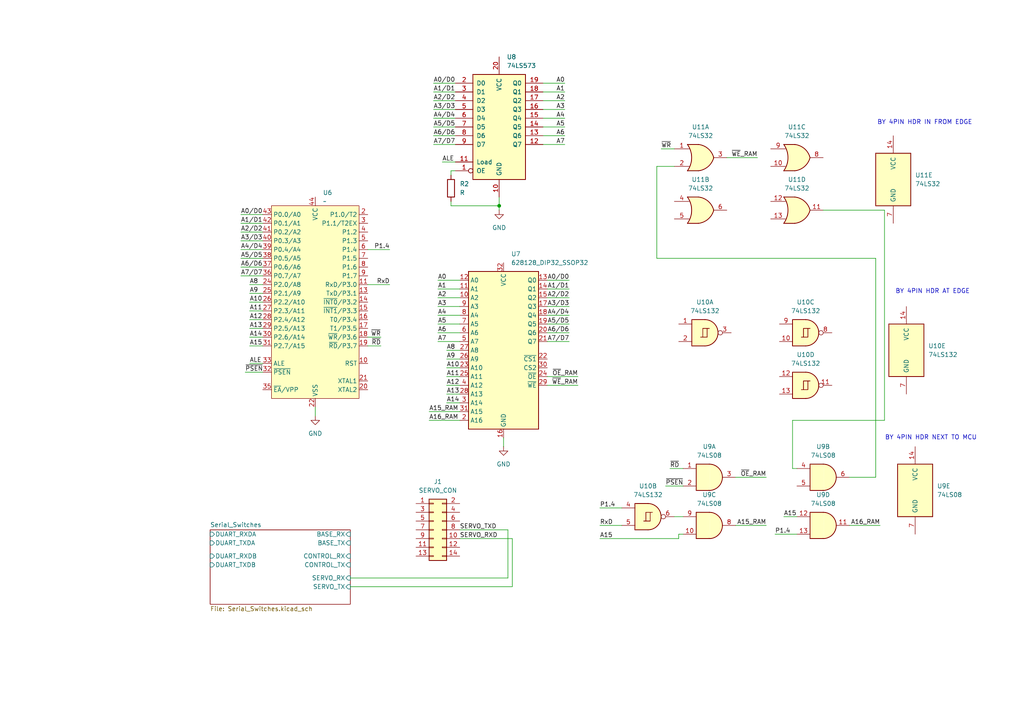
<source format=kicad_sch>
(kicad_sch (version 20231120) (generator "eeschema") (generator_version "8.0")
  (paper "A4")
  (lib_symbols
    (symbol "74xx:74LS08" (pin_names (offset 1.016))
      (property "Reference" "U" (at 0 1.27 0))
      (property "Value" "74LS08" (at 0 -1.27 0))
      (symbol "74LS08_1_1"
        (arc (start 0 -3.81) (mid 3.7934 0) (end 0 3.81) (stroke (width 0.254)) (fill (type background)))
        (polyline (pts (xy 0 3.81) (xy -3.81 3.81) (xy -3.81 -3.81) (xy 0 -3.81)) (stroke (width 0.254)) (fill (type background)))
        (pin input line (at -7.62 2.54 0) (length 3.81) (name "~") (number "1"))
        (pin input line (at -7.62 -2.54 0) (length 3.81) (name "~") (number "2"))
        (pin output line (at 7.62 0 180) (length 3.81) (name "~") (number "3"))
      )
      (symbol "74LS08_1_2"
        (arc (start -3.81 -3.81) (mid -2.589 0) (end -3.81 3.81) (stroke (width 0.254)))
        (arc (start -0.6096 -3.81) (mid 2.1842 -2.5851) (end 3.81 0) (stroke (width 0.254)) (fill (type background)))
        (polyline (pts (xy -3.81 -3.81) (xy -0.635 -3.81)) (stroke (width 0.254)) (fill (type background)))
        (polyline (pts (xy -3.81 3.81) (xy -0.635 3.81)) (stroke (width 0.254)) (fill (type background)))
        (polyline (pts (xy -0.635 3.81) (xy -3.81 3.81) (xy -3.81 3.81) (xy -3.556 3.4036) (xy -3.0226 2.2606) (xy -2.6924 1.0414) (xy -2.6162 -0.254) (xy -2.7686 -1.4986) (xy -3.175 -2.7178) (xy -3.81 -3.81) (xy -3.81 -3.81) (xy -0.635 -3.81)) (stroke (width -25.4)) (fill (type background)))
        (arc (start 3.81 0) (mid 2.1915 2.5936) (end -0.6096 3.81) (stroke (width 0.254)) (fill (type background)))
        (pin input inverted (at -7.62 2.54 0) (length 4.318) (name "~") (number "1"))
        (pin input inverted (at -7.62 -2.54 0) (length 4.318) (name "~") (number "2"))
        (pin output inverted (at 7.62 0 180) (length 3.81) (name "~") (number "3"))
      )
      (symbol "74LS08_2_1"
        (arc (start 0 -3.81) (mid 3.7934 0) (end 0 3.81) (stroke (width 0.254)) (fill (type background)))
        (polyline (pts (xy 0 3.81) (xy -3.81 3.81) (xy -3.81 -3.81) (xy 0 -3.81)) (stroke (width 0.254)) (fill (type background)))
        (pin input line (at -7.62 2.54 0) (length 3.81) (name "~") (number "4"))
        (pin input line (at -7.62 -2.54 0) (length 3.81) (name "~") (number "5"))
        (pin output line (at 7.62 0 180) (length 3.81) (name "~") (number "6"))
      )
      (symbol "74LS08_2_2"
        (arc (start -3.81 -3.81) (mid -2.589 0) (end -3.81 3.81) (stroke (width 0.254)))
        (arc (start -0.6096 -3.81) (mid 2.1842 -2.5851) (end 3.81 0) (stroke (width 0.254)) (fill (type background)))
        (polyline (pts (xy -3.81 -3.81) (xy -0.635 -3.81)) (stroke (width 0.254)) (fill (type background)))
        (polyline (pts (xy -3.81 3.81) (xy -0.635 3.81)) (stroke (width 0.254)) (fill (type background)))
        (polyline (pts (xy -0.635 3.81) (xy -3.81 3.81) (xy -3.81 3.81) (xy -3.556 3.4036) (xy -3.0226 2.2606) (xy -2.6924 1.0414) (xy -2.6162 -0.254) (xy -2.7686 -1.4986) (xy -3.175 -2.7178) (xy -3.81 -3.81) (xy -3.81 -3.81) (xy -0.635 -3.81)) (stroke (width -25.4)) (fill (type background)))
        (arc (start 3.81 0) (mid 2.1915 2.5936) (end -0.6096 3.81) (stroke (width 0.254)) (fill (type background)))
        (pin input inverted (at -7.62 2.54 0) (length 4.318) (name "~") (number "4"))
        (pin input inverted (at -7.62 -2.54 0) (length 4.318) (name "~") (number "5"))
        (pin output inverted (at 7.62 0 180) (length 3.81) (name "~") (number "6"))
      )
      (symbol "74LS08_3_1"
        (arc (start 0 -3.81) (mid 3.7934 0) (end 0 3.81) (stroke (width 0.254)) (fill (type background)))
        (polyline (pts (xy 0 3.81) (xy -3.81 3.81) (xy -3.81 -3.81) (xy 0 -3.81)) (stroke (width 0.254)) (fill (type background)))
        (pin input line (at -7.62 -2.54 0) (length 3.81) (name "~") (number "10"))
        (pin output line (at 7.62 0 180) (length 3.81) (name "~") (number "8"))
        (pin input line (at -7.62 2.54 0) (length 3.81) (name "~") (number "9"))
      )
      (symbol "74LS08_3_2"
        (arc (start -3.81 -3.81) (mid -2.589 0) (end -3.81 3.81) (stroke (width 0.254)))
        (arc (start -0.6096 -3.81) (mid 2.1842 -2.5851) (end 3.81 0) (stroke (width 0.254)) (fill (type background)))
        (polyline (pts (xy -3.81 -3.81) (xy -0.635 -3.81)) (stroke (width 0.254)) (fill (type background)))
        (polyline (pts (xy -3.81 3.81) (xy -0.635 3.81)) (stroke (width 0.254)) (fill (type background)))
        (polyline (pts (xy -0.635 3.81) (xy -3.81 3.81) (xy -3.81 3.81) (xy -3.556 3.4036) (xy -3.0226 2.2606) (xy -2.6924 1.0414) (xy -2.6162 -0.254) (xy -2.7686 -1.4986) (xy -3.175 -2.7178) (xy -3.81 -3.81) (xy -3.81 -3.81) (xy -0.635 -3.81)) (stroke (width -25.4)) (fill (type background)))
        (arc (start 3.81 0) (mid 2.1915 2.5936) (end -0.6096 3.81) (stroke (width 0.254)) (fill (type background)))
        (pin input inverted (at -7.62 -2.54 0) (length 4.318) (name "~") (number "10"))
        (pin output inverted (at 7.62 0 180) (length 3.81) (name "~") (number "8"))
        (pin input inverted (at -7.62 2.54 0) (length 4.318) (name "~") (number "9"))
      )
      (symbol "74LS08_4_1"
        (arc (start 0 -3.81) (mid 3.7934 0) (end 0 3.81) (stroke (width 0.254)) (fill (type background)))
        (polyline (pts (xy 0 3.81) (xy -3.81 3.81) (xy -3.81 -3.81) (xy 0 -3.81)) (stroke (width 0.254)) (fill (type background)))
        (pin output line (at 7.62 0 180) (length 3.81) (name "~") (number "11"))
        (pin input line (at -7.62 2.54 0) (length 3.81) (name "~") (number "12"))
        (pin input line (at -7.62 -2.54 0) (length 3.81) (name "~") (number "13"))
      )
      (symbol "74LS08_4_2"
        (arc (start -3.81 -3.81) (mid -2.589 0) (end -3.81 3.81) (stroke (width 0.254)))
        (arc (start -0.6096 -3.81) (mid 2.1842 -2.5851) (end 3.81 0) (stroke (width 0.254)) (fill (type background)))
        (polyline (pts (xy -3.81 -3.81) (xy -0.635 -3.81)) (stroke (width 0.254)) (fill (type background)))
        (polyline (pts (xy -3.81 3.81) (xy -0.635 3.81)) (stroke (width 0.254)) (fill (type background)))
        (polyline (pts (xy -0.635 3.81) (xy -3.81 3.81) (xy -3.81 3.81) (xy -3.556 3.4036) (xy -3.0226 2.2606) (xy -2.6924 1.0414) (xy -2.6162 -0.254) (xy -2.7686 -1.4986) (xy -3.175 -2.7178) (xy -3.81 -3.81) (xy -3.81 -3.81) (xy -0.635 -3.81)) (stroke (width -25.4)) (fill (type background)))
        (arc (start 3.81 0) (mid 2.1915 2.5936) (end -0.6096 3.81) (stroke (width 0.254)) (fill (type background)))
        (pin output inverted (at 7.62 0 180) (length 3.81) (name "~") (number "11"))
        (pin input inverted (at -7.62 2.54 0) (length 4.318) (name "~") (number "12"))
        (pin input inverted (at -7.62 -2.54 0) (length 4.318) (name "~") (number "13"))
      )
      (symbol "74LS08_5_0"
        (pin power_in line (at 0 12.7 270) (length 5.08) (name "VCC") (number "14"))
        (pin power_in line (at 0 -12.7 90) (length 5.08) (name "GND") (number "7"))
      )
      (symbol "74LS08_5_1"
        (rectangle (start -5.08 7.62) (end 5.08 -7.62) (stroke (width 0.254)) (fill (type background)))
      )
    )
    (symbol "74xx:74LS132" (pin_names (offset 1.016))
      (property "Reference" "U" (at 0 1.27 0))
      (property "Value" "74LS132" (at 0 -1.27 0))
      (symbol "74LS132_1_0"
        (polyline (pts (xy -0.635 -1.27) (xy -0.635 1.27) (xy 0.635 1.27)))
        (polyline (pts (xy -0.635 -1.27) (xy -0.635 1.27) (xy 0.635 1.27)))
        (polyline (pts (xy -1.27 -1.27) (xy 0.635 -1.27) (xy 0.635 1.27) (xy 1.27 1.27)))
        (polyline (pts (xy -1.27 -1.27) (xy 0.635 -1.27) (xy 0.635 1.27) (xy 1.27 1.27)))
      )
      (symbol "74LS132_1_1"
        (arc (start 0 -3.81) (mid 3.7934 0) (end 0 3.81) (stroke (width 0.254)) (fill (type background)))
        (polyline (pts (xy 0 3.81) (xy -3.81 3.81) (xy -3.81 -3.81) (xy 0 -3.81)) (stroke (width 0.254)) (fill (type background)))
        (pin input line (at -7.62 2.54 0) (length 3.81) (name "~") (number "1"))
        (pin input line (at -7.62 -2.54 0) (length 3.81) (name "~") (number "2"))
        (pin output inverted (at 7.62 0 180) (length 3.81) (name "~") (number "3"))
      )
      (symbol "74LS132_1_2"
        (arc (start -3.81 -3.81) (mid -2.589 0) (end -3.81 3.81) (stroke (width 0.254)))
        (arc (start -0.6096 -3.81) (mid 2.1842 -2.5851) (end 3.81 0) (stroke (width 0.254)) (fill (type background)))
        (polyline (pts (xy -3.81 -3.81) (xy -0.635 -3.81)) (stroke (width 0.254)) (fill (type background)))
        (polyline (pts (xy -3.81 3.81) (xy -0.635 3.81)) (stroke (width 0.254)) (fill (type background)))
        (polyline (pts (xy -0.635 3.81) (xy -3.81 3.81) (xy -3.81 3.81) (xy -3.556 3.4036) (xy -3.0226 2.2606) (xy -2.6924 1.0414) (xy -2.6162 -0.254) (xy -2.7686 -1.4986) (xy -3.175 -2.7178) (xy -3.81 -3.81) (xy -3.81 -3.81) (xy -0.635 -3.81)) (stroke (width -25.4)) (fill (type background)))
        (arc (start 3.81 0) (mid 2.1915 2.5936) (end -0.6096 3.81) (stroke (width 0.254)) (fill (type background)))
        (pin input inverted (at -7.62 2.54 0) (length 4.318) (name "~") (number "1"))
        (pin input inverted (at -7.62 -2.54 0) (length 4.318) (name "~") (number "2"))
        (pin output line (at 7.62 0 180) (length 3.81) (name "~") (number "3"))
      )
      (symbol "74LS132_2_0"
        (polyline (pts (xy -0.635 -1.27) (xy -0.635 1.27) (xy 0.635 1.27)))
        (polyline (pts (xy -0.635 -1.27) (xy -0.635 1.27) (xy 0.635 1.27)))
        (polyline (pts (xy -1.27 -1.27) (xy 0.635 -1.27) (xy 0.635 1.27) (xy 1.27 1.27)))
        (polyline (pts (xy -1.27 -1.27) (xy 0.635 -1.27) (xy 0.635 1.27) (xy 1.27 1.27)))
      )
      (symbol "74LS132_2_1"
        (arc (start 0 -3.81) (mid 3.7934 0) (end 0 3.81) (stroke (width 0.254)) (fill (type background)))
        (polyline (pts (xy 0 3.81) (xy -3.81 3.81) (xy -3.81 -3.81) (xy 0 -3.81)) (stroke (width 0.254)) (fill (type background)))
        (pin input line (at -7.62 2.54 0) (length 3.81) (name "~") (number "4"))
        (pin input line (at -7.62 -2.54 0) (length 3.81) (name "~") (number "5"))
        (pin output inverted (at 7.62 0 180) (length 3.81) (name "~") (number "6"))
      )
      (symbol "74LS132_2_2"
        (arc (start -3.81 -3.81) (mid -2.589 0) (end -3.81 3.81) (stroke (width 0.254)))
        (arc (start -0.6096 -3.81) (mid 2.1842 -2.5851) (end 3.81 0) (stroke (width 0.254)) (fill (type background)))
        (polyline (pts (xy -3.81 -3.81) (xy -0.635 -3.81)) (stroke (width 0.254)) (fill (type background)))
        (polyline (pts (xy -3.81 3.81) (xy -0.635 3.81)) (stroke (width 0.254)) (fill (type background)))
        (polyline (pts (xy -0.635 3.81) (xy -3.81 3.81) (xy -3.81 3.81) (xy -3.556 3.4036) (xy -3.0226 2.2606) (xy -2.6924 1.0414) (xy -2.6162 -0.254) (xy -2.7686 -1.4986) (xy -3.175 -2.7178) (xy -3.81 -3.81) (xy -3.81 -3.81) (xy -0.635 -3.81)) (stroke (width -25.4)) (fill (type background)))
        (arc (start 3.81 0) (mid 2.1915 2.5936) (end -0.6096 3.81) (stroke (width 0.254)) (fill (type background)))
        (pin input inverted (at -7.62 2.54 0) (length 4.318) (name "~") (number "4"))
        (pin input inverted (at -7.62 -2.54 0) (length 4.318) (name "~") (number "5"))
        (pin output line (at 7.62 0 180) (length 3.81) (name "~") (number "6"))
      )
      (symbol "74LS132_3_0"
        (polyline (pts (xy -0.635 -1.27) (xy -0.635 1.27) (xy 0.635 1.27)))
        (polyline (pts (xy -0.635 -1.27) (xy -0.635 1.27) (xy 0.635 1.27)))
        (polyline (pts (xy -1.27 -1.27) (xy 0.635 -1.27) (xy 0.635 1.27) (xy 1.27 1.27)))
        (polyline (pts (xy -1.27 -1.27) (xy 0.635 -1.27) (xy 0.635 1.27) (xy 1.27 1.27)))
      )
      (symbol "74LS132_3_1"
        (arc (start 0 -3.81) (mid 3.7934 0) (end 0 3.81) (stroke (width 0.254)) (fill (type background)))
        (polyline (pts (xy 0 3.81) (xy -3.81 3.81) (xy -3.81 -3.81) (xy 0 -3.81)) (stroke (width 0.254)) (fill (type background)))
        (pin input line (at -7.62 -2.54 0) (length 3.81) (name "~") (number "10"))
        (pin output inverted (at 7.62 0 180) (length 3.81) (name "~") (number "8"))
        (pin input line (at -7.62 2.54 0) (length 3.81) (name "~") (number "9"))
      )
      (symbol "74LS132_3_2"
        (arc (start -3.81 -3.81) (mid -2.589 0) (end -3.81 3.81) (stroke (width 0.254)))
        (arc (start -0.6096 -3.81) (mid 2.1842 -2.5851) (end 3.81 0) (stroke (width 0.254)) (fill (type background)))
        (polyline (pts (xy -3.81 -3.81) (xy -0.635 -3.81)) (stroke (width 0.254)) (fill (type background)))
        (polyline (pts (xy -3.81 3.81) (xy -0.635 3.81)) (stroke (width 0.254)) (fill (type background)))
        (polyline (pts (xy -0.635 3.81) (xy -3.81 3.81) (xy -3.81 3.81) (xy -3.556 3.4036) (xy -3.0226 2.2606) (xy -2.6924 1.0414) (xy -2.6162 -0.254) (xy -2.7686 -1.4986) (xy -3.175 -2.7178) (xy -3.81 -3.81) (xy -3.81 -3.81) (xy -0.635 -3.81)) (stroke (width -25.4)) (fill (type background)))
        (arc (start 3.81 0) (mid 2.1915 2.5936) (end -0.6096 3.81) (stroke (width 0.254)) (fill (type background)))
        (pin input inverted (at -7.62 -2.54 0) (length 4.318) (name "~") (number "10"))
        (pin output line (at 7.62 0 180) (length 3.81) (name "~") (number "8"))
        (pin input inverted (at -7.62 2.54 0) (length 4.318) (name "~") (number "9"))
      )
      (symbol "74LS132_4_0"
        (polyline (pts (xy -0.635 -1.27) (xy -0.635 1.27) (xy 0.635 1.27)))
        (polyline (pts (xy -0.635 -1.27) (xy -0.635 1.27) (xy 0.635 1.27)))
        (polyline (pts (xy -1.27 -1.27) (xy 0.635 -1.27) (xy 0.635 1.27) (xy 1.27 1.27)))
        (polyline (pts (xy -1.27 -1.27) (xy 0.635 -1.27) (xy 0.635 1.27) (xy 1.27 1.27)))
      )
      (symbol "74LS132_4_1"
        (arc (start 0 -3.81) (mid 3.7934 0) (end 0 3.81) (stroke (width 0.254)) (fill (type background)))
        (polyline (pts (xy 0 3.81) (xy -3.81 3.81) (xy -3.81 -3.81) (xy 0 -3.81)) (stroke (width 0.254)) (fill (type background)))
        (pin output inverted (at 7.62 0 180) (length 3.81) (name "~") (number "11"))
        (pin input line (at -7.62 2.54 0) (length 3.81) (name "~") (number "12"))
        (pin input line (at -7.62 -2.54 0) (length 3.81) (name "~") (number "13"))
      )
      (symbol "74LS132_4_2"
        (arc (start -3.81 -3.81) (mid -2.589 0) (end -3.81 3.81) (stroke (width 0.254)))
        (arc (start -0.6096 -3.81) (mid 2.1842 -2.5851) (end 3.81 0) (stroke (width 0.254)) (fill (type background)))
        (polyline (pts (xy -3.81 -3.81) (xy -0.635 -3.81)) (stroke (width 0.254)) (fill (type background)))
        (polyline (pts (xy -3.81 3.81) (xy -0.635 3.81)) (stroke (width 0.254)) (fill (type background)))
        (polyline (pts (xy -0.635 3.81) (xy -3.81 3.81) (xy -3.81 3.81) (xy -3.556 3.4036) (xy -3.0226 2.2606) (xy -2.6924 1.0414) (xy -2.6162 -0.254) (xy -2.7686 -1.4986) (xy -3.175 -2.7178) (xy -3.81 -3.81) (xy -3.81 -3.81) (xy -0.635 -3.81)) (stroke (width -25.4)) (fill (type background)))
        (arc (start 3.81 0) (mid 2.1915 2.5936) (end -0.6096 3.81) (stroke (width 0.254)) (fill (type background)))
        (pin output line (at 7.62 0 180) (length 3.81) (name "~") (number "11"))
        (pin input inverted (at -7.62 2.54 0) (length 4.318) (name "~") (number "12"))
        (pin input inverted (at -7.62 -2.54 0) (length 4.318) (name "~") (number "13"))
      )
      (symbol "74LS132_5_0"
        (pin power_in line (at 0 12.7 270) (length 5.08) (name "VCC") (number "14"))
        (pin power_in line (at 0 -12.7 90) (length 5.08) (name "GND") (number "7"))
      )
      (symbol "74LS132_5_1"
        (rectangle (start -5.08 7.62) (end 5.08 -7.62) (stroke (width 0.254)) (fill (type background)))
      )
    )
    (symbol "74xx:74LS32" (pin_names (offset 1.016))
      (property "Reference" "U" (at 0 1.27 0))
      (property "Value" "74LS32" (at 0 -1.27 0))
      (symbol "74LS32_1_1"
        (arc (start -3.81 -3.81) (mid -2.589 0) (end -3.81 3.81) (stroke (width 0.254)))
        (arc (start -0.6096 -3.81) (mid 2.1842 -2.5851) (end 3.81 0) (stroke (width 0.254)) (fill (type background)))
        (polyline (pts (xy -3.81 -3.81) (xy -0.635 -3.81)) (stroke (width 0.254)) (fill (type background)))
        (polyline (pts (xy -3.81 3.81) (xy -0.635 3.81)) (stroke (width 0.254)) (fill (type background)))
        (polyline (pts (xy -0.635 3.81) (xy -3.81 3.81) (xy -3.81 3.81) (xy -3.556 3.4036) (xy -3.0226 2.2606) (xy -2.6924 1.0414) (xy -2.6162 -0.254) (xy -2.7686 -1.4986) (xy -3.175 -2.7178) (xy -3.81 -3.81) (xy -3.81 -3.81) (xy -0.635 -3.81)) (stroke (width -25.4)) (fill (type background)))
        (arc (start 3.81 0) (mid 2.1915 2.5936) (end -0.6096 3.81) (stroke (width 0.254)) (fill (type background)))
        (pin input line (at -7.62 2.54 0) (length 4.318) (name "~") (number "1"))
        (pin input line (at -7.62 -2.54 0) (length 4.318) (name "~") (number "2"))
        (pin output line (at 7.62 0 180) (length 3.81) (name "~") (number "3"))
      )
      (symbol "74LS32_1_2"
        (arc (start 0 -3.81) (mid 3.7934 0) (end 0 3.81) (stroke (width 0.254)) (fill (type background)))
        (polyline (pts (xy 0 3.81) (xy -3.81 3.81) (xy -3.81 -3.81) (xy 0 -3.81)) (stroke (width 0.254)) (fill (type background)))
        (pin input inverted (at -7.62 2.54 0) (length 3.81) (name "~") (number "1"))
        (pin input inverted (at -7.62 -2.54 0) (length 3.81) (name "~") (number "2"))
        (pin output inverted (at 7.62 0 180) (length 3.81) (name "~") (number "3"))
      )
      (symbol "74LS32_2_1"
        (arc (start -3.81 -3.81) (mid -2.589 0) (end -3.81 3.81) (stroke (width 0.254)))
        (arc (start -0.6096 -3.81) (mid 2.1842 -2.5851) (end 3.81 0) (stroke (width 0.254)) (fill (type background)))
        (polyline (pts (xy -3.81 -3.81) (xy -0.635 -3.81)) (stroke (width 0.254)) (fill (type background)))
        (polyline (pts (xy -3.81 3.81) (xy -0.635 3.81)) (stroke (width 0.254)) (fill (type background)))
        (polyline (pts (xy -0.635 3.81) (xy -3.81 3.81) (xy -3.81 3.81) (xy -3.556 3.4036) (xy -3.0226 2.2606) (xy -2.6924 1.0414) (xy -2.6162 -0.254) (xy -2.7686 -1.4986) (xy -3.175 -2.7178) (xy -3.81 -3.81) (xy -3.81 -3.81) (xy -0.635 -3.81)) (stroke (width -25.4)) (fill (type background)))
        (arc (start 3.81 0) (mid 2.1915 2.5936) (end -0.6096 3.81) (stroke (width 0.254)) (fill (type background)))
        (pin input line (at -7.62 2.54 0) (length 4.318) (name "~") (number "4"))
        (pin input line (at -7.62 -2.54 0) (length 4.318) (name "~") (number "5"))
        (pin output line (at 7.62 0 180) (length 3.81) (name "~") (number "6"))
      )
      (symbol "74LS32_2_2"
        (arc (start 0 -3.81) (mid 3.7934 0) (end 0 3.81) (stroke (width 0.254)) (fill (type background)))
        (polyline (pts (xy 0 3.81) (xy -3.81 3.81) (xy -3.81 -3.81) (xy 0 -3.81)) (stroke (width 0.254)) (fill (type background)))
        (pin input inverted (at -7.62 2.54 0) (length 3.81) (name "~") (number "4"))
        (pin input inverted (at -7.62 -2.54 0) (length 3.81) (name "~") (number "5"))
        (pin output inverted (at 7.62 0 180) (length 3.81) (name "~") (number "6"))
      )
      (symbol "74LS32_3_1"
        (arc (start -3.81 -3.81) (mid -2.589 0) (end -3.81 3.81) (stroke (width 0.254)))
        (arc (start -0.6096 -3.81) (mid 2.1842 -2.5851) (end 3.81 0) (stroke (width 0.254)) (fill (type background)))
        (polyline (pts (xy -3.81 -3.81) (xy -0.635 -3.81)) (stroke (width 0.254)) (fill (type background)))
        (polyline (pts (xy -3.81 3.81) (xy -0.635 3.81)) (stroke (width 0.254)) (fill (type background)))
        (polyline (pts (xy -0.635 3.81) (xy -3.81 3.81) (xy -3.81 3.81) (xy -3.556 3.4036) (xy -3.0226 2.2606) (xy -2.6924 1.0414) (xy -2.6162 -0.254) (xy -2.7686 -1.4986) (xy -3.175 -2.7178) (xy -3.81 -3.81) (xy -3.81 -3.81) (xy -0.635 -3.81)) (stroke (width -25.4)) (fill (type background)))
        (arc (start 3.81 0) (mid 2.1915 2.5936) (end -0.6096 3.81) (stroke (width 0.254)) (fill (type background)))
        (pin input line (at -7.62 -2.54 0) (length 4.318) (name "~") (number "10"))
        (pin output line (at 7.62 0 180) (length 3.81) (name "~") (number "8"))
        (pin input line (at -7.62 2.54 0) (length 4.318) (name "~") (number "9"))
      )
      (symbol "74LS32_3_2"
        (arc (start 0 -3.81) (mid 3.7934 0) (end 0 3.81) (stroke (width 0.254)) (fill (type background)))
        (polyline (pts (xy 0 3.81) (xy -3.81 3.81) (xy -3.81 -3.81) (xy 0 -3.81)) (stroke (width 0.254)) (fill (type background)))
        (pin input inverted (at -7.62 -2.54 0) (length 3.81) (name "~") (number "10"))
        (pin output inverted (at 7.62 0 180) (length 3.81) (name "~") (number "8"))
        (pin input inverted (at -7.62 2.54 0) (length 3.81) (name "~") (number "9"))
      )
      (symbol "74LS32_4_1"
        (arc (start -3.81 -3.81) (mid -2.589 0) (end -3.81 3.81) (stroke (width 0.254)))
        (arc (start -0.6096 -3.81) (mid 2.1842 -2.5851) (end 3.81 0) (stroke (width 0.254)) (fill (type background)))
        (polyline (pts (xy -3.81 -3.81) (xy -0.635 -3.81)) (stroke (width 0.254)) (fill (type background)))
        (polyline (pts (xy -3.81 3.81) (xy -0.635 3.81)) (stroke (width 0.254)) (fill (type background)))
        (polyline (pts (xy -0.635 3.81) (xy -3.81 3.81) (xy -3.81 3.81) (xy -3.556 3.4036) (xy -3.0226 2.2606) (xy -2.6924 1.0414) (xy -2.6162 -0.254) (xy -2.7686 -1.4986) (xy -3.175 -2.7178) (xy -3.81 -3.81) (xy -3.81 -3.81) (xy -0.635 -3.81)) (stroke (width -25.4)) (fill (type background)))
        (arc (start 3.81 0) (mid 2.1915 2.5936) (end -0.6096 3.81) (stroke (width 0.254)) (fill (type background)))
        (pin output line (at 7.62 0 180) (length 3.81) (name "~") (number "11"))
        (pin input line (at -7.62 2.54 0) (length 4.318) (name "~") (number "12"))
        (pin input line (at -7.62 -2.54 0) (length 4.318) (name "~") (number "13"))
      )
      (symbol "74LS32_4_2"
        (arc (start 0 -3.81) (mid 3.7934 0) (end 0 3.81) (stroke (width 0.254)) (fill (type background)))
        (polyline (pts (xy 0 3.81) (xy -3.81 3.81) (xy -3.81 -3.81) (xy 0 -3.81)) (stroke (width 0.254)) (fill (type background)))
        (pin output inverted (at 7.62 0 180) (length 3.81) (name "~") (number "11"))
        (pin input inverted (at -7.62 2.54 0) (length 3.81) (name "~") (number "12"))
        (pin input inverted (at -7.62 -2.54 0) (length 3.81) (name "~") (number "13"))
      )
      (symbol "74LS32_5_0"
        (pin power_in line (at 0 12.7 270) (length 5.08) (name "VCC") (number "14"))
        (pin power_in line (at 0 -12.7 90) (length 5.08) (name "GND") (number "7"))
      )
      (symbol "74LS32_5_1"
        (rectangle (start -5.08 7.62) (end 5.08 -7.62) (stroke (width 0.254)) (fill (type background)))
      )
    )
    (symbol "74xx:74LS573" (pin_names (offset 1.016))
      (property "Reference" "U" (at -7.62 16.51 0))
      (property "Value" "74LS573" (at -7.62 -16.51 0))
      (symbol "74LS573_1_0"
        (pin input inverted (at -12.7 -12.7 0) (length 5.08) (name "OE") (number "1"))
        (pin power_in line (at 0 -20.32 90) (length 5.08) (name "GND") (number "10"))
        (pin input line (at -12.7 -10.16 0) (length 5.08) (name "Load") (number "11"))
        (pin tri_state line (at 12.7 -5.08 180) (length 5.08) (name "Q7") (number "12"))
        (pin tri_state line (at 12.7 -2.54 180) (length 5.08) (name "Q6") (number "13"))
        (pin tri_state line (at 12.7 0 180) (length 5.08) (name "Q5") (number "14"))
        (pin tri_state line (at 12.7 2.54 180) (length 5.08) (name "Q4") (number "15"))
        (pin tri_state line (at 12.7 5.08 180) (length 5.08) (name "Q3") (number "16"))
        (pin tri_state line (at 12.7 7.62 180) (length 5.08) (name "Q2") (number "17"))
        (pin tri_state line (at 12.7 10.16 180) (length 5.08) (name "Q1") (number "18"))
        (pin tri_state line (at 12.7 12.7 180) (length 5.08) (name "Q0") (number "19"))
        (pin input line (at -12.7 12.7 0) (length 5.08) (name "D0") (number "2"))
        (pin power_in line (at 0 20.32 270) (length 5.08) (name "VCC") (number "20"))
        (pin input line (at -12.7 10.16 0) (length 5.08) (name "D1") (number "3"))
        (pin input line (at -12.7 7.62 0) (length 5.08) (name "D2") (number "4"))
        (pin input line (at -12.7 5.08 0) (length 5.08) (name "D3") (number "5"))
        (pin input line (at -12.7 2.54 0) (length 5.08) (name "D4") (number "6"))
        (pin input line (at -12.7 0 0) (length 5.08) (name "D5") (number "7"))
        (pin input line (at -12.7 -2.54 0) (length 5.08) (name "D6") (number "8"))
        (pin input line (at -12.7 -5.08 0) (length 5.08) (name "D7") (number "9"))
      )
      (symbol "74LS573_1_1"
        (rectangle (start -7.62 15.24) (end 7.62 -15.24) (stroke (width 0.254)) (fill (type background)))
      )
    )
    (symbol "Connector_Generic:Conn_02x07_Odd_Even" (pin_names (offset 1.016) hide)
      (property "Reference" "J" (at 1.27 10.16 0))
      (property "Value" "Conn_02x07_Odd_Even" (at 1.27 -10.16 0))
      (symbol "Conn_02x07_Odd_Even_1_1"
        (rectangle (start -1.27 -7.493) (end 0 -7.747) (stroke (width 0.1524)))
        (rectangle (start -1.27 -4.953) (end 0 -5.207) (stroke (width 0.1524)))
        (rectangle (start -1.27 -2.413) (end 0 -2.667) (stroke (width 0.1524)))
        (rectangle (start -1.27 0.127) (end 0 -0.127) (stroke (width 0.1524)))
        (rectangle (start -1.27 2.667) (end 0 2.413) (stroke (width 0.1524)))
        (rectangle (start -1.27 5.207) (end 0 4.953) (stroke (width 0.1524)))
        (rectangle (start -1.27 7.747) (end 0 7.493) (stroke (width 0.1524)))
        (rectangle (start -1.27 8.89) (end 3.81 -8.89) (stroke (width 0.254)) (fill (type background)))
        (rectangle (start 3.81 -7.493) (end 2.54 -7.747) (stroke (width 0.1524)))
        (rectangle (start 3.81 -4.953) (end 2.54 -5.207) (stroke (width 0.1524)))
        (rectangle (start 3.81 -2.413) (end 2.54 -2.667) (stroke (width 0.1524)))
        (rectangle (start 3.81 0.127) (end 2.54 -0.127) (stroke (width 0.1524)))
        (rectangle (start 3.81 2.667) (end 2.54 2.413) (stroke (width 0.1524)))
        (rectangle (start 3.81 5.207) (end 2.54 4.953) (stroke (width 0.1524)))
        (rectangle (start 3.81 7.747) (end 2.54 7.493) (stroke (width 0.1524)))
        (pin passive line (at -5.08 7.62 0) (length 3.81) (name "Pin_1") (number "1"))
        (pin passive line (at 7.62 -2.54 180) (length 3.81) (name "Pin_10") (number "10"))
        (pin passive line (at -5.08 -5.08 0) (length 3.81) (name "Pin_11") (number "11"))
        (pin passive line (at 7.62 -5.08 180) (length 3.81) (name "Pin_12") (number "12"))
        (pin passive line (at -5.08 -7.62 0) (length 3.81) (name "Pin_13") (number "13"))
        (pin passive line (at 7.62 -7.62 180) (length 3.81) (name "Pin_14") (number "14"))
        (pin passive line (at 7.62 7.62 180) (length 3.81) (name "Pin_2") (number "2"))
        (pin passive line (at -5.08 5.08 0) (length 3.81) (name "Pin_3") (number "3"))
        (pin passive line (at 7.62 5.08 180) (length 3.81) (name "Pin_4") (number "4"))
        (pin passive line (at -5.08 2.54 0) (length 3.81) (name "Pin_5") (number "5"))
        (pin passive line (at 7.62 2.54 180) (length 3.81) (name "Pin_6") (number "6"))
        (pin passive line (at -5.08 0 0) (length 3.81) (name "Pin_7") (number "7"))
        (pin passive line (at 7.62 0 180) (length 3.81) (name "Pin_8") (number "8"))
        (pin passive line (at -5.08 -2.54 0) (length 3.81) (name "Pin_9") (number "9"))
      )
    )
    (symbol "Device:R" (pin_numbers hide) (pin_names (offset 0))
      (property "Reference" "R" (at 2.032 0 90))
      (property "Value" "R" (at 0 0 90))
      (symbol "R_0_1"
        (rectangle (start -1.016 -2.54) (end 1.016 2.54) (stroke (width 0.254)))
      )
      (symbol "R_1_1"
        (pin passive line (at 0 3.81 270) (length 1.27) (name "~") (number "1"))
        (pin passive line (at 0 -3.81 90) (length 1.27) (name "~") (number "2"))
      )
    )
    (symbol "Memory_RAM:628128_DIP32_SSOP32"
      (property "Reference" "U" (at -10.16 23.495 0))
      (property "Value" "628128_DIP32_SSOP32" (at 2.54 23.495 0))
      (symbol "628128_DIP32_SSOP32_0_0"
        (pin power_in line (at 0 -25.4 90) (length 2.54) (name "GND") (number "16"))
        (pin power_in line (at 0 25.4 270) (length 2.54) (name "VCC") (number "32"))
      )
      (symbol "628128_DIP32_SSOP32_0_1"
        (rectangle (start -10.16 22.86) (end 10.16 -22.86) (stroke (width 0.254)) (fill (type background)))
      )
      (symbol "628128_DIP32_SSOP32_1_1"
        (pin no_connect line (at 10.16 -20.32 180) (length 2.54) hide (name "NC") (number "1"))
        (pin input line (at -12.7 15.24 0) (length 2.54) (name "A2") (number "10"))
        (pin input line (at -12.7 17.78 0) (length 2.54) (name "A1") (number "11"))
        (pin input line (at -12.7 20.32 0) (length 2.54) (name "A0") (number "12"))
        (pin tri_state line (at 12.7 20.32 180) (length 2.54) (name "Q0") (number "13"))
        (pin tri_state line (at 12.7 17.78 180) (length 2.54) (name "Q1") (number "14"))
        (pin tri_state line (at 12.7 15.24 180) (length 2.54) (name "Q2") (number "15"))
        (pin tri_state line (at 12.7 12.7 180) (length 2.54) (name "Q3") (number "17"))
        (pin tri_state line (at 12.7 10.16 180) (length 2.54) (name "Q4") (number "18"))
        (pin tri_state line (at 12.7 7.62 180) (length 2.54) (name "Q5") (number "19"))
        (pin input line (at -12.7 -20.32 0) (length 2.54) (name "A16") (number "2"))
        (pin tri_state line (at 12.7 5.08 180) (length 2.54) (name "Q6") (number "20"))
        (pin tri_state line (at 12.7 2.54 180) (length 2.54) (name "Q7") (number "21"))
        (pin input line (at 12.7 -2.54 180) (length 2.54) (name "~{CS1}") (number "22"))
        (pin input line (at -12.7 -5.08 0) (length 2.54) (name "A10") (number "23"))
        (pin input line (at 12.7 -7.62 180) (length 2.54) (name "~{OE}") (number "24"))
        (pin input line (at -12.7 -7.62 0) (length 2.54) (name "A11") (number "25"))
        (pin input line (at -12.7 -2.54 0) (length 2.54) (name "A9") (number "26"))
        (pin input line (at -12.7 0 0) (length 2.54) (name "A8") (number "27"))
        (pin input line (at -12.7 -12.7 0) (length 2.54) (name "A13") (number "28"))
        (pin input line (at 12.7 -10.16 180) (length 2.54) (name "~{WE}") (number "29"))
        (pin input line (at -12.7 -15.24 0) (length 2.54) (name "A14") (number "3"))
        (pin input line (at 12.7 -5.08 180) (length 2.54) (name "CS2") (number "30"))
        (pin input line (at -12.7 -17.78 0) (length 2.54) (name "A15") (number "31"))
        (pin input line (at -12.7 -10.16 0) (length 2.54) (name "A12") (number "4"))
        (pin input line (at -12.7 2.54 0) (length 2.54) (name "A7") (number "5"))
        (pin input line (at -12.7 5.08 0) (length 2.54) (name "A6") (number "6"))
        (pin input line (at -12.7 7.62 0) (length 2.54) (name "A5") (number "7"))
        (pin input line (at -12.7 10.16 0) (length 2.54) (name "A4") (number "8"))
        (pin input line (at -12.7 12.7 0) (length 2.54) (name "A3") (number "9"))
      )
    )
    (symbol "New_Library:87C51"
      (property "Reference" "U" (at -10.414 5.588 0))
      (symbol "87C51_1_1"
        (rectangle (start -12.7 0) (end 12.7 -55.88) (fill (type background)))
        (pin input line (at 15.24 -45.72 180) (length 2.54) (name "RST") (number "10"))
        (pin tri_state line (at 15.24 -22.86 180) (length 2.54) (name "RxD/P3.0") (number "11"))
        (pin tri_state line (at 15.24 -25.4 180) (length 2.54) (name "TxD/P3.1") (number "13"))
        (pin tri_state line (at 15.24 -27.94 180) (length 2.54) (name "~{INT0}/P3.2") (number "14"))
        (pin tri_state line (at 15.24 -30.48 180) (length 2.54) (name "~{INT1}/P3.3") (number "15"))
        (pin tri_state line (at 15.24 -33.02 180) (length 2.54) (name "T0/P3.4") (number "16"))
        (pin tri_state line (at 15.24 -35.56 180) (length 2.54) (name "T1/P3.5") (number "17"))
        (pin tri_state line (at 15.24 -38.1 180) (length 2.54) (name "~{WR}/P3.6") (number "18"))
        (pin tri_state line (at 15.24 -40.64 180) (length 2.54) (name "~{RD}/P3.7") (number "19"))
        (pin tri_state line (at 15.24 -2.54 180) (length 2.54) (name "P1.0/T2") (number "2"))
        (pin output line (at 15.24 -53.34 180) (length 2.54) (name "XTAL2") (number "20"))
        (pin input line (at 15.24 -50.8 180) (length 2.54) (name "XTAL1") (number "21"))
        (pin power_in line (at 0 -58.42 90) (length 2.54) (name "VSS") (number "22"))
        (pin tri_state line (at -15.24 -22.86 0) (length 2.54) (name "P2.0/A8") (number "24"))
        (pin tri_state line (at -15.24 -25.4 0) (length 2.54) (name "P2.1/A9") (number "25"))
        (pin tri_state line (at -15.24 -27.94 0) (length 2.54) (name "P2.2/A10") (number "26"))
        (pin tri_state line (at -15.24 -30.48 0) (length 2.54) (name "P2.3/A11") (number "27"))
        (pin tri_state line (at -15.24 -33.02 0) (length 2.54) (name "P2.4/A12") (number "28"))
        (pin tri_state line (at -15.24 -35.56 0) (length 2.54) (name "P2.5/A13") (number "29"))
        (pin tri_state line (at 15.24 -5.08 180) (length 2.54) (name "P1.1/T2EX") (number "3"))
        (pin tri_state line (at -15.24 -38.1 0) (length 2.54) (name "P2.6/A14") (number "30"))
        (pin tri_state line (at -15.24 -40.64 0) (length 2.54) (name "P2.7/A15") (number "31"))
        (pin output line (at -15.24 -48.26 0) (length 2.54) (name "~{PSEN}") (number "32"))
        (pin output line (at -15.24 -45.72 0) (length 2.54) (name "ALE") (number "33"))
        (pin input line (at -15.24 -53.34 0) (length 2.54) (name "~{EA}/VPP") (number "35"))
        (pin tri_state line (at -15.24 -20.32 0) (length 2.54) (name "P0.7/A7") (number "36"))
        (pin tri_state line (at -15.24 -17.78 0) (length 2.54) (name "P0.6/A6") (number "37"))
        (pin tri_state line (at -15.24 -15.24 0) (length 2.54) (name "P0.5/A5") (number "38"))
        (pin tri_state line (at -15.24 -12.7 0) (length 2.54) (name "P0.4/A4") (number "39"))
        (pin tri_state line (at 15.24 -7.62 180) (length 2.54) (name "P1.2") (number "4"))
        (pin tri_state line (at -15.24 -10.16 0) (length 2.54) (name "P0.3/A3") (number "40"))
        (pin tri_state line (at -15.24 -7.62 0) (length 2.54) (name "P0.2/A2") (number "41"))
        (pin tri_state line (at -15.24 -5.08 0) (length 2.54) (name "P0.1/A1") (number "42"))
        (pin tri_state line (at -15.24 -2.54 0) (length 2.54) (name "P0.0/A0") (number "43"))
        (pin power_in line (at 0 2.54 270) (length 2.54) (name "VCC") (number "44"))
        (pin tri_state line (at 15.24 -10.16 180) (length 2.54) (name "P1.3") (number "5"))
        (pin tri_state line (at 15.24 -12.7 180) (length 2.54) (name "P1.4") (number "6"))
        (pin tri_state line (at 15.24 -15.24 180) (length 2.54) (name "P1.5") (number "7"))
        (pin tri_state line (at 15.24 -17.78 180) (length 2.54) (name "P1.6") (number "8"))
        (pin tri_state line (at 15.24 -20.32 180) (length 2.54) (name "P1.7") (number "9"))
      )
    )
    (symbol "power:GND" (power) (pin_numbers hide) (pin_names (offset 0) hide)
      (property "Value" "GND" (at 0 -3.81 0))
      (symbol "GND_0_1"
        (polyline (pts (xy 0 0) (xy 0 -1.27) (xy 1.27 -1.27) (xy 0 -2.54) (xy -1.27 -1.27) (xy 0 -1.27)))
      )
      (symbol "GND_1_1"
        (pin power_in line (at 0 0 270) (length 0) (name "~") (number "1"))
      )
    )
  )
  (junction (at 144.78 59.69))
  (wire (pts (xy 127 86.36) (xy 133.35 86.36)))
  (wire (pts (xy 127 83.82) (xy 133.35 83.82)))
  (wire (pts (xy 163.83 41.91) (xy 157.48 41.91)))
  (wire (pts (xy 128.27 46.99) (xy 132.08 46.99)))
  (wire (pts (xy 125.73 34.29) (xy 132.08 34.29)))
  (wire (pts (xy 113.03 82.55) (xy 106.68 82.55)))
  (wire (pts (xy 130.81 58.42) (xy 130.81 59.69)))
  (wire (pts (xy 254 74.93) (xy 190.5 74.93)))
  (wire (pts (xy 256.54 121.92) (xy 229.87 121.92)))
  (wire (pts (xy 227.33 149.86) (xy 231.14 149.86)))
  (wire (pts (xy 72.39 90.17) (xy 76.2 90.17)))
  (wire (pts (xy 127 81.28) (xy 133.35 81.28)))
  (wire (pts (xy 144.78 59.69) (xy 144.78 60.96)))
  (wire (pts (xy 101.6 170.18) (xy 148.59 170.18)))
  (wire (pts (xy 173.99 147.32) (xy 180.34 147.32)))
  (wire (pts (xy 238.76 60.96) (xy 256.54 60.96)))
  (wire (pts (xy 71.12 107.95) (xy 76.2 107.95)))
  (wire (pts (xy 165.1 99.06) (xy 158.75 99.06)))
  (wire (pts (xy 165.1 93.98) (xy 158.75 93.98)))
  (wire (pts (xy 127 88.9) (xy 133.35 88.9)))
  (wire (pts (xy 69.85 69.85) (xy 76.2 69.85)))
  (wire (pts (xy 222.25 138.43) (xy 213.36 138.43)))
  (wire (pts (xy 246.38 138.43) (xy 254 138.43)))
  (wire (pts (xy 132.08 49.53) (xy 130.81 49.53)))
  (wire (pts (xy 229.87 135.89) (xy 231.14 135.89)))
  (wire (pts (xy 193.04 140.97) (xy 198.12 140.97)))
  (wire (pts (xy 130.81 59.69) (xy 144.78 59.69)))
  (wire (pts (xy 69.85 67.31) (xy 76.2 67.31)))
  (wire (pts (xy 173.99 152.4) (xy 180.34 152.4)))
  (wire (pts (xy 173.99 156.21) (xy 196.85 156.21)))
  (wire (pts (xy 72.39 87.63) (xy 76.2 87.63)))
  (wire (pts (xy 129.54 101.6) (xy 133.35 101.6)))
  (wire (pts (xy 129.54 109.22) (xy 133.35 109.22)))
  (wire (pts (xy 113.03 72.39) (xy 106.68 72.39)))
  (wire (pts (xy 72.39 105.41) (xy 76.2 105.41)))
  (wire (pts (xy 124.46 119.38) (xy 133.35 119.38)))
  (wire (pts (xy 165.1 83.82) (xy 158.75 83.82)))
  (wire (pts (xy 110.49 97.79) (xy 106.68 97.79)))
  (wire (pts (xy 125.73 31.75) (xy 132.08 31.75)))
  (wire (pts (xy 194.31 135.89) (xy 198.12 135.89)))
  (wire (pts (xy 127 91.44) (xy 133.35 91.44)))
  (wire (pts (xy 163.83 39.37) (xy 157.48 39.37)))
  (wire (pts (xy 256.54 60.96) (xy 256.54 121.92)))
  (wire (pts (xy 163.83 34.29) (xy 157.48 34.29)))
  (wire (pts (xy 101.6 167.64) (xy 147.32 167.64)))
  (wire (pts (xy 129.54 106.68) (xy 133.35 106.68)))
  (wire (pts (xy 125.73 41.91) (xy 132.08 41.91)))
  (wire (pts (xy 196.85 156.21) (xy 196.85 154.94)))
  (wire (pts (xy 163.83 24.13) (xy 157.48 24.13)))
  (wire (pts (xy 163.83 31.75) (xy 157.48 31.75)))
  (wire (pts (xy 69.85 80.01) (xy 76.2 80.01)))
  (wire (pts (xy 165.1 88.9) (xy 158.75 88.9)))
  (wire (pts (xy 165.1 96.52) (xy 158.75 96.52)))
  (wire (pts (xy 255.27 152.4) (xy 246.38 152.4)))
  (wire (pts (xy 148.59 170.18) (xy 148.59 156.21)))
  (wire (pts (xy 254 138.43) (xy 254 74.93)))
  (wire (pts (xy 146.05 127) (xy 146.05 129.54)))
  (wire (pts (xy 167.64 109.22) (xy 158.75 109.22)))
  (wire (pts (xy 167.64 111.76) (xy 158.75 111.76)))
  (wire (pts (xy 129.54 104.14) (xy 133.35 104.14)))
  (wire (pts (xy 72.39 100.33) (xy 76.2 100.33)))
  (wire (pts (xy 127 96.52) (xy 133.35 96.52)))
  (wire (pts (xy 129.54 111.76) (xy 133.35 111.76)))
  (wire (pts (xy 147.32 153.67) (xy 133.35 153.67)))
  (wire (pts (xy 125.73 39.37) (xy 132.08 39.37)))
  (wire (pts (xy 195.58 149.86) (xy 198.12 149.86)))
  (wire (pts (xy 165.1 81.28) (xy 158.75 81.28)))
  (wire (pts (xy 69.85 64.77) (xy 76.2 64.77)))
  (wire (pts (xy 163.83 36.83) (xy 157.48 36.83)))
  (wire (pts (xy 130.81 49.53) (xy 130.81 50.8)))
  (wire (pts (xy 72.39 92.71) (xy 76.2 92.71)))
  (wire (pts (xy 125.73 29.21) (xy 132.08 29.21)))
  (wire (pts (xy 69.85 74.93) (xy 76.2 74.93)))
  (wire (pts (xy 190.5 48.26) (xy 195.58 48.26)))
  (wire (pts (xy 165.1 86.36) (xy 158.75 86.36)))
  (wire (pts (xy 69.85 62.23) (xy 76.2 62.23)))
  (wire (pts (xy 110.49 100.33) (xy 106.68 100.33)))
  (wire (pts (xy 91.44 118.11) (xy 91.44 120.65)))
  (wire (pts (xy 219.71 45.72) (xy 210.82 45.72)))
  (wire (pts (xy 147.32 167.64) (xy 147.32 153.67)))
  (wire (pts (xy 72.39 95.25) (xy 76.2 95.25)))
  (wire (pts (xy 125.73 24.13) (xy 132.08 24.13)))
  (wire (pts (xy 148.59 156.21) (xy 133.35 156.21)))
  (wire (pts (xy 127 93.98) (xy 133.35 93.98)))
  (wire (pts (xy 124.46 121.92) (xy 133.35 121.92)))
  (wire (pts (xy 125.73 26.67) (xy 132.08 26.67)))
  (wire (pts (xy 163.83 26.67) (xy 157.48 26.67)))
  (wire (pts (xy 72.39 82.55) (xy 76.2 82.55)))
  (wire (pts (xy 125.73 36.83) (xy 132.08 36.83)))
  (wire (pts (xy 196.85 154.94) (xy 198.12 154.94)))
  (wire (pts (xy 129.54 116.84) (xy 133.35 116.84)))
  (wire (pts (xy 69.85 72.39) (xy 76.2 72.39)))
  (wire (pts (xy 165.1 91.44) (xy 158.75 91.44)))
  (wire (pts (xy 144.78 59.69) (xy 144.78 57.15)))
  (wire (pts (xy 229.87 121.92) (xy 229.87 135.89)))
  (wire (pts (xy 191.77 43.18) (xy 195.58 43.18)))
  (wire (pts (xy 72.39 85.09) (xy 76.2 85.09)))
  (wire (pts (xy 224.79 154.94) (xy 231.14 154.94)))
  (wire (pts (xy 72.39 97.79) (xy 76.2 97.79)))
  (wire (pts (xy 69.85 77.47) (xy 76.2 77.47)))
  (wire (pts (xy 222.25 152.4) (xy 213.36 152.4)))
  (wire (pts (xy 163.83 29.21) (xy 157.48 29.21)))
  (wire (pts (xy 129.54 114.3) (xy 133.35 114.3)))
  (wire (pts (xy 127 99.06) (xy 133.35 99.06)))
  (wire (pts (xy 190.5 74.93) (xy 190.5 48.26)))
  (text "BY 4PIN HDR IN FROM EDGE" (at 268.224 35.56 0) (effects (font (size 1.27 1.27))))
  (text "BY 4PIN HDR AT EDGE" (at 270.51 84.582 0) (effects (font (size 1.27 1.27))))
  (text "BY 4PIN HDR NEXT TO MCU" (at 270.002 127 0) (effects (font (size 1.27 1.27))))
  (label "A0{slash}D0" (at 165.1 81.28 180))
  (label "~{OE}_RAM" (at 167.64 109.22 180))
  (label "~{WE}_RAM" (at 167.64 111.76 180))
  (label "A5" (at 163.83 36.83 180))
  (label "A2" (at 163.83 29.21 180))
  (label "A6" (at 163.83 39.37 180))
  (label "A10" (at 129.54 106.68 0))
  (label "A4" (at 163.83 34.29 180))
  (label "~{RD}" (at 110.49 100.33 180))
  (label "A7" (at 163.83 41.91 180))
  (label "A8" (at 72.39 82.55 0))
  (label "~{WE}_RAM" (at 219.71 45.72 180))
  (label "A16_RAM" (at 255.27 152.4 180))
  (label "A14" (at 72.39 97.79 0))
  (label "RxD" (at 113.03 82.55 180))
  (label "A3" (at 163.83 31.75 180))
  (label "A0{slash}D0" (at 125.73 24.13 0))
  (label "A4{slash}D4" (at 125.73 34.29 0))
  (label "A14" (at 129.54 116.84 0))
  (label "A7{slash}D7" (at 69.85 80.01 0))
  (label "A1" (at 127 83.82 0))
  (label "A10" (at 72.39 87.63 0))
  (label "A11" (at 129.54 109.22 0))
  (label "A0" (at 163.83 24.13 180))
  (label "A8" (at 129.54 101.6 0))
  (label "A6" (at 127 96.52 0))
  (label "A3{slash}D3" (at 69.85 69.85 0))
  (label "A15" (at 173.99 156.21 0))
  (label "A1{slash}D1" (at 125.73 26.67 0))
  (label "A6{slash}D6" (at 125.73 39.37 0))
  (label "P1.4" (at 173.99 147.32 0))
  (label "ALE" (at 128.27 46.99 0))
  (label "A2{slash}D2" (at 69.85 67.31 0))
  (label "~{PSEN}" (at 193.04 140.97 0))
  (label "ALE" (at 72.39 105.41 0))
  (label "A5{slash}D5" (at 165.1 93.98 180))
  (label "A1{slash}D1" (at 165.1 83.82 180))
  (label "A11" (at 72.39 90.17 0))
  (label "A4{slash}D4" (at 165.1 91.44 180))
  (label "RxD" (at 173.99 152.4 0))
  (label "A12" (at 129.54 111.76 0))
  (label "A1{slash}D1" (at 69.85 64.77 0))
  (label "A5{slash}D5" (at 69.85 74.93 0))
  (label "A7{slash}D7" (at 125.73 41.91 0))
  (label "A2{slash}D2" (at 125.73 29.21 0))
  (label "A4" (at 127 91.44 0))
  (label "A13" (at 129.54 114.3 0))
  (label "~{RD}" (at 194.31 135.89 0))
  (label "~{OE}_RAM" (at 222.25 138.43 180))
  (label "A13" (at 72.39 95.25 0))
  (label "A9" (at 129.54 104.14 0))
  (label "A15_RAM" (at 222.25 152.4 180))
  (label "A0{slash}D0" (at 69.85 62.23 0))
  (label "A16_RAM" (at 124.46 121.92 0))
  (label "A2" (at 127 86.36 0))
  (label "A15" (at 227.33 149.86 0))
  (label "A6{slash}D6" (at 69.85 77.47 0))
  (label "A12" (at 72.39 92.71 0))
  (label "SERVO_TXD" (at 133.35 153.67 0))
  (label "~{PSEN}" (at 71.12 107.95 0))
  (label "A7" (at 127 99.06 0))
  (label "A6{slash}D6" (at 165.1 96.52 180))
  (label "A15" (at 72.39 100.33 0))
  (label "~{WR}" (at 110.49 97.79 180))
  (label "SERVO_RXD" (at 133.35 156.21 0))
  (label "A3{slash}D3" (at 125.73 31.75 0))
  (label "P1.4" (at 224.79 154.94 0))
  (label "A3" (at 127 88.9 0))
  (label "A0" (at 127 81.28 0))
  (label "A15_RAM" (at 124.46 119.38 0))
  (label "A5" (at 127 93.98 0))
  (label "A7{slash}D7" (at 165.1 99.06 180))
  (label "A9" (at 72.39 85.09 0))
  (label "P1.4" (at 113.03 72.39 180))
  (label "A2{slash}D2" (at 165.1 86.36 180))
  (label "A5{slash}D5" (at 125.73 36.83 0))
  (label "A4{slash}D4" (at 69.85 72.39 0))
  (label "A3{slash}D3" (at 165.1 88.9 180))
  (label "~{WR}" (at 191.77 43.18 0))
  (label "A1" (at 163.83 26.67 180))
  (symbol (lib_id "74xx:74LS132") (at 233.68 111.76 0) (unit 4)
    (property "Reference" "U10" (at 233.6717 102.87 0))
    (property "Value" "74LS132" (at 233.6717 105.41 0))
    (property "Datasheet" "http://www.ti.com/lit/gpn/sn74LS132" (effects (hide yes)))
    (property "Description" "Quad 2-input NAND Schmitt trigger" (effects (hide yes)))
  )
  (symbol (lib_id "74xx:74LS573") (at 144.78 36.83 0) (unit 1)
    (property "Reference" "U8" (at 146.9741 16.51 0) (effects (justify left)))
    (property "Value" "74LS573" (at 146.9741 19.05 0) (effects (justify left)))
    (property "Datasheet" "74xx/74hc573.pdf" (effects (hide yes)))
    (property "Description" "8-bit Latch 3-state outputs" (effects (hide yes)))
  )
  (symbol (lib_id "New_Library:87C51") (at 91.44 59.69 0) (unit 1)
    (property "Reference" "U6" (at 93.6341 55.88 0) (effects (justify left)))
    (property "Value" "~" (at 93.6341 58.42 0) (effects (justify left)))
  )
  (symbol (lib_id "74xx:74LS08") (at 238.76 152.4 0) (unit 4)
    (property "Reference" "U9" (at 238.7517 143.51 0))
    (property "Value" "74LS08" (at 238.7517 146.05 0))
    (property "Datasheet" "http://www.ti.com/lit/gpn/sn74LS08" (effects (hide yes)))
    (property "Description" "Quad And2" (effects (hide yes)))
  )
  (symbol (lib_id "74xx:74LS32") (at 203.2 45.72 0) (unit 1)
    (property "Reference" "U11" (at 203.2 36.83 0))
    (property "Value" "74LS32" (at 203.2 39.37 0))
    (property "Datasheet" "http://www.ti.com/lit/gpn/sn74LS32" (effects (hide yes)))
    (property "Description" "Quad 2-input OR" (effects (hide yes)))
  )
  (symbol (lib_id "power:GND") (at 146.05 129.54 0) (unit 1)
    (property "Reference" "#PWR02" (effects (hide yes)))
    (property "Value" "GND" (at 146.05 134.62 0))
    (property "Description" "Power symbol creates a global label with name \"GND\" , ground" (effects (hide yes)))
  )
  (symbol (lib_id "74xx:74LS32") (at 203.2 60.96 0) (unit 2)
    (property "Reference" "U11" (at 203.2 52.07 0))
    (property "Value" "74LS32" (at 203.2 54.61 0))
    (property "Datasheet" "http://www.ti.com/lit/gpn/sn74LS32" (effects (hide yes)))
    (property "Description" "Quad 2-input OR" (effects (hide yes)))
  )
  (symbol (lib_id "74xx:74LS08") (at 205.74 152.4 0) (unit 3)
    (property "Reference" "U9" (at 205.7317 143.51 0))
    (property "Value" "74LS08" (at 205.7317 146.05 0))
    (property "Datasheet" "http://www.ti.com/lit/gpn/sn74LS08" (effects (hide yes)))
    (property "Description" "Quad And2" (effects (hide yes)))
  )
  (symbol (lib_id "74xx:74LS32") (at 231.14 60.96 0) (unit 4)
    (property "Reference" "U11" (at 231.14 52.07 0))
    (property "Value" "74LS32" (at 231.14 54.61 0))
    (property "Datasheet" "http://www.ti.com/lit/gpn/sn74LS32" (effects (hide yes)))
    (property "Description" "Quad 2-input OR" (effects (hide yes)))
  )
  (symbol (lib_id "74xx:74LS08") (at 265.43 142.24 0) (unit 5)
    (property "Reference" "U9" (at 271.78 140.9699 0) (effects (justify left)))
    (property "Value" "74LS08" (at 271.78 143.5099 0) (effects (justify left)))
    (property "Datasheet" "http://www.ti.com/lit/gpn/sn74LS08" (effects (hide yes)))
    (property "Description" "Quad And2" (effects (hide yes)))
  )
  (symbol (lib_id "74xx:74LS08") (at 238.76 138.43 0) (unit 2)
    (property "Reference" "U9" (at 238.7517 129.54 0))
    (property "Value" "74LS08" (at 238.7517 132.08 0))
    (property "Datasheet" "http://www.ti.com/lit/gpn/sn74LS08" (effects (hide yes)))
    (property "Description" "Quad And2" (effects (hide yes)))
  )
  (symbol (lib_id "Connector_Generic:Conn_02x07_Odd_Even") (at 125.73 153.67 0) (unit 1)
    (property "Reference" "J1" (at 127 139.7 0))
    (property "Value" "SERVO_CON" (at 127 142.24 0))
  )
  (symbol (lib_id "Device:R") (at 130.81 54.61 0) (unit 1)
    (property "Reference" "R2" (at 133.35 53.3399 0) (effects (justify left)))
    (property "Value" "R" (at 133.35 55.8799 0) (effects (justify left)))
    (property "Description" "Resistor" (effects (hide yes)))
  )
  (symbol (lib_id "74xx:74LS08") (at 205.74 138.43 0) (unit 1)
    (property "Reference" "U9" (at 205.7317 129.54 0))
    (property "Value" "74LS08" (at 205.7317 132.08 0))
    (property "Datasheet" "http://www.ti.com/lit/gpn/sn74LS08" (effects (hide yes)))
    (property "Description" "Quad And2" (effects (hide yes)))
  )
  (symbol (lib_id "74xx:74LS32") (at 231.14 45.72 0) (unit 3)
    (property "Reference" "U11" (at 231.14 36.83 0))
    (property "Value" "74LS32" (at 231.14 39.37 0))
    (property "Datasheet" "http://www.ti.com/lit/gpn/sn74LS32" (effects (hide yes)))
    (property "Description" "Quad 2-input OR" (effects (hide yes)))
  )
  (symbol (lib_id "power:GND") (at 144.78 60.96 0) (unit 1)
    (property "Reference" "#PWR01" (effects (hide yes)))
    (property "Value" "GND" (at 144.78 66.04 0))
    (property "Description" "Power symbol creates a global label with name \"GND\" , ground" (effects (hide yes)))
  )
  (symbol (lib_id "74xx:74LS132") (at 233.68 96.52 0) (unit 3)
    (property "Reference" "U10" (at 233.6717 87.63 0))
    (property "Value" "74LS132" (at 233.6717 90.17 0))
    (property "Datasheet" "http://www.ti.com/lit/gpn/sn74LS132" (effects (hide yes)))
    (property "Description" "Quad 2-input NAND Schmitt trigger" (effects (hide yes)))
  )
  (symbol (lib_id "74xx:74LS132") (at 204.47 96.52 0) (unit 1)
    (property "Reference" "U10" (at 204.4617 87.63 0))
    (property "Value" "74LS132" (at 204.4617 90.17 0))
    (property "Datasheet" "http://www.ti.com/lit/gpn/sn74LS132" (effects (hide yes)))
    (property "Description" "Quad 2-input NAND Schmitt trigger" (effects (hide yes)))
  )
  (symbol (lib_id "74xx:74LS32") (at 259.08 52.07 0) (unit 5)
    (property "Reference" "U11" (at 265.43 50.7999 0) (effects (justify left)))
    (property "Value" "74LS32" (at 265.43 53.3399 0) (effects (justify left)))
    (property "Datasheet" "http://www.ti.com/lit/gpn/sn74LS32" (effects (hide yes)))
    (property "Description" "Quad 2-input OR" (effects (hide yes)))
  )
  (symbol (lib_id "power:GND") (at 91.44 120.65 0) (unit 1)
    (property "Reference" "#PWR03" (effects (hide yes)))
    (property "Value" "GND" (at 91.44 125.73 0))
    (property "Description" "Power symbol creates a global label with name \"GND\" , ground" (effects (hide yes)))
  )
  (symbol (lib_id "Memory_RAM:628128_DIP32_SSOP32") (at 146.05 101.6 0) (unit 1)
    (property "Reference" "U7" (at 148.2441 73.66 0) (effects (justify left)))
    (property "Value" "628128_DIP32_SSOP32" (at 148.2441 76.2 0) (effects (justify left)))
    (property "Datasheet" "http://www.futurlec.com/Datasheet/Memory/628128.pdf" (effects (hide yes)))
    (property "Description" "128K x 8 High-Speed CMOS Static RAM, 55/70ns, DIP-32/SSOP-32" (effects (hide yes)))
  )
  (symbol (lib_id "74xx:74LS132") (at 262.89 101.6 0) (unit 5)
    (property "Reference" "U10" (at 269.24 100.3299 0) (effects (justify left)))
    (property "Value" "74LS132" (at 269.24 102.8699 0) (effects (justify left)))
    (property "Datasheet" "http://www.ti.com/lit/gpn/sn74LS132" (effects (hide yes)))
    (property "Description" "Quad 2-input NAND Schmitt trigger" (effects (hide yes)))
  )
  (symbol (lib_id "74xx:74LS132") (at 187.96 149.86 0) (unit 2)
    (property "Reference" "U10" (at 187.9517 140.97 0))
    (property "Value" "74LS132" (at 187.9517 143.51 0))
    (property "Datasheet" "http://www.ti.com/lit/gpn/sn74LS132" (effects (hide yes)))
    (property "Description" "Quad 2-input NAND Schmitt trigger" (effects (hide yes)))
  )
  (sheet (at 60.96 153.67) (size 40.64 21.59) (stroke (width 0.1524))
    (property "Sheetname" "Serial_Switches" (at 60.96 152.9584 0) (effects (justify left bottom)))
    (property "Sheetfile" "Serial_Switches.kicad_sch" (at 60.96 175.8446 0) (effects (justify left top)))
    (pin "DUART_TXDB" input (at 60.96 163.83 180))
    (pin "DUART_RXDB" input (at 60.96 161.29 180))
    (pin "DUART_TXDA" input (at 60.96 157.48 180))
    (pin "DUART_RXDA" input (at 60.96 154.94 180))
    (pin "BASE_TX" input (at 101.6 157.48 0))
    (pin "BASE_RX" input (at 101.6 154.94 0))
    (pin "CONTROL_TX" input (at 101.6 163.83 0))
    (pin "CONTROL_RX" input (at 101.6 161.29 0))
    (pin "SERVO_TX" input (at 101.6 170.18 0))
    (pin "SERVO_RX" input (at 101.6 167.64 0))
  )
)
</source>
